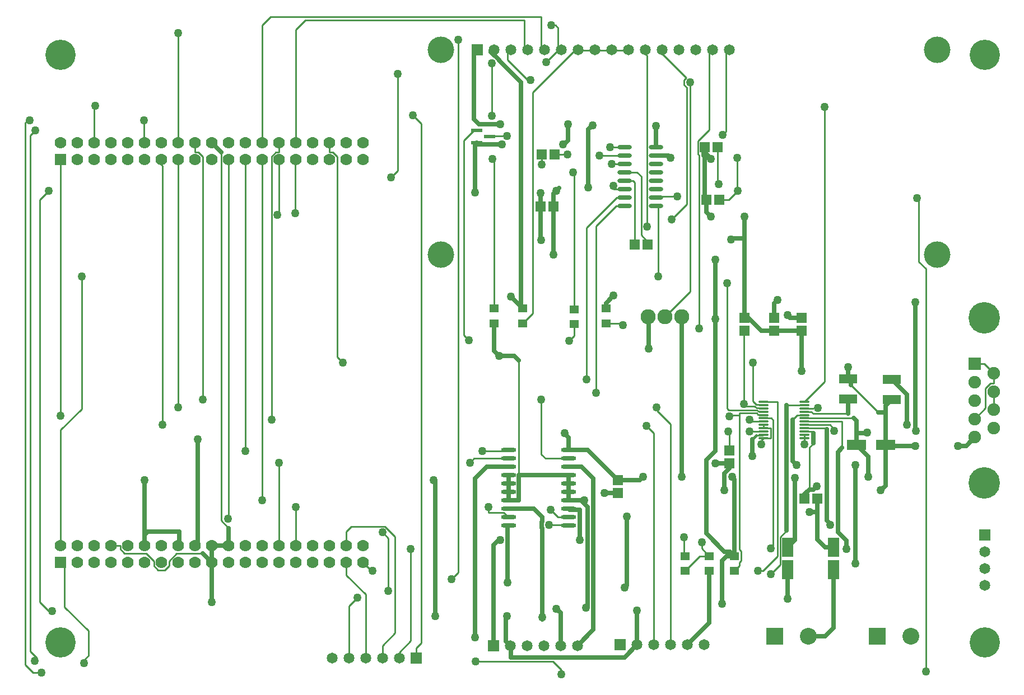
<source format=gtl>
G04*
G04 #@! TF.GenerationSoftware,Altium Limited,Altium Designer,18.1.9 (240)*
G04*
G04 Layer_Physical_Order=1*
G04 Layer_Color=255*
%FSLAX25Y25*%
%MOIN*%
G70*
G01*
G75*
%ADD13C,0.01000*%
%ADD26R,0.07500X0.07500*%
%ADD27C,0.07500*%
%ADD31C,0.10000*%
%ADD40R,0.06693X0.11417*%
%ADD41R,0.11811X0.06299*%
%ADD42R,0.06299X0.05906*%
%ADD43O,0.06496X0.01378*%
%ADD44R,0.11024X0.05315*%
%ADD45R,0.05709X0.04921*%
%ADD46R,0.05906X0.06299*%
%ADD47R,0.06693X0.02362*%
%ADD48O,0.09055X0.02362*%
%ADD49O,0.08661X0.02362*%
%ADD50C,0.02500*%
%ADD51C,0.01500*%
%ADD52R,0.06500X0.06500*%
%ADD53C,0.06500*%
%ADD54R,0.10000X0.10000*%
%ADD55R,0.06500X0.06500*%
%ADD56C,0.09000*%
%ADD57C,0.07000*%
%ADD58R,0.07000X0.07000*%
%ADD59C,0.18740*%
%ADD60C,0.05000*%
%ADD61C,0.15748*%
%ADD62C,0.18000*%
D13*
X451653Y75653D02*
Y167827D01*
X443394D02*
X451653D01*
X460500Y157087D02*
X463366Y159953D01*
X457000Y165858D02*
X467606D01*
X490000Y140350D02*
Y156016D01*
X467606D02*
X490000D01*
X467622Y158000D02*
X497000D01*
X472831Y160669D02*
X493500D01*
X485450Y150500D02*
Y151550D01*
X482953Y154047D02*
X485450Y151550D01*
X435000Y150000D02*
X443284D01*
X438874Y147862D02*
X443114D01*
X239500Y24000D02*
Y333500D01*
X236500Y21000D02*
X239500Y24000D01*
X236500Y15000D02*
Y21000D01*
X234500Y338500D02*
X239500Y333500D01*
X233475Y25475D02*
Y80025D01*
X226500Y18500D02*
X233475Y25475D01*
X226500Y15000D02*
Y18500D01*
X216500Y22500D02*
X224000Y30000D01*
X216500Y15000D02*
Y22500D01*
X224000Y30000D02*
Y87450D01*
X206500Y15000D02*
Y53000D01*
X195000Y64500D02*
X206500Y53000D01*
X196500Y15000D02*
Y46000D01*
X89500Y72864D02*
X94136Y77500D01*
X89500Y70136D02*
Y72864D01*
X443394Y152079D02*
X447634D01*
X297500Y124000D02*
Y192500D01*
X303000Y359500D02*
X304543D01*
X291000Y371500D02*
X303000Y359500D01*
X422421Y150110D02*
X423000Y149531D01*
X406500Y80429D02*
Y84000D01*
Y80429D02*
X411000Y75929D01*
X467606Y157984D02*
X467622Y158000D01*
X471579Y161921D02*
X472831Y160669D01*
X535748Y251277D02*
X540000Y247025D01*
Y7000D02*
Y247025D01*
X272000Y13000D02*
X318000D01*
X323000Y8000D01*
Y5500D02*
Y8000D01*
X467606Y161921D02*
X471579D01*
X9500Y13553D02*
X11000Y15053D01*
X480421Y152079D02*
X481000Y151500D01*
X472000Y150110D02*
X473000Y149110D01*
X470500Y140499D02*
X473000Y142999D01*
X440135Y67071D02*
X443071D01*
X447642Y65142D02*
X453154Y70653D01*
X443071Y67071D02*
X451653Y75653D01*
X41580Y16580D02*
Y31397D01*
X27474Y45503D02*
X41580Y31397D01*
X27474Y45503D02*
Y69526D01*
X25000Y72000D02*
X27474Y69526D01*
X7000Y19053D02*
X11000Y15053D01*
X17997Y43000D02*
X20000D01*
X12500Y48497D02*
X17997Y43000D01*
X39000Y12000D02*
Y14000D01*
X41580Y16580D01*
X374339Y261500D02*
Y263161D01*
X370500Y267000D02*
X374339Y263161D01*
X370500Y267000D02*
Y302000D01*
X368000Y304500D02*
X370500Y302000D01*
X360551Y304500D02*
X368000D01*
X366661Y261500D02*
Y298500D01*
X365661Y299500D02*
X366661Y298500D01*
X360551Y299500D02*
X365661D01*
X356000Y289500D02*
X360551D01*
X338000Y271500D02*
X356000Y289500D01*
X338000Y181000D02*
Y271500D01*
X355500Y284500D02*
X360551D01*
X343500Y272500D02*
X355500Y284500D01*
X343500Y173000D02*
Y272500D01*
X354000Y294500D02*
X360551D01*
X354000D02*
Y296500D01*
X374000Y272250D02*
Y374000D01*
X371000Y377000D02*
X374000Y374000D01*
X427500Y294000D02*
X428000Y293500D01*
X427500Y294000D02*
Y313000D01*
X345500Y314559D02*
X345559Y314500D01*
X360551D01*
X422500Y288000D02*
X428000Y293500D01*
X416839Y288000D02*
X422500D01*
X381000Y377000D02*
X397275Y360725D01*
X396000Y359450D02*
X397275Y360725D01*
X396000Y356550D02*
Y359450D01*
Y356550D02*
X397500Y355050D01*
Y285500D02*
Y355050D01*
X422752Y162669D02*
X439667D01*
X429000Y161000D02*
X439215D01*
X429000Y159673D02*
Y161000D01*
X435000Y157000D02*
X435984Y156016D01*
X432815Y165000D02*
X437890D01*
X437000Y168011D02*
Y191000D01*
Y168011D02*
X438874Y166138D01*
X435984Y156016D02*
X443394D01*
X437890Y165000D02*
X438252Y164638D01*
X495250Y177750D02*
X511500Y161500D01*
X467606Y167827D02*
X479500Y179720D01*
Y343500D01*
X467606Y150110D02*
X472000D01*
X470500Y115500D02*
Y140499D01*
X447642Y80500D02*
X449142Y82000D01*
Y156858D01*
X448016Y157984D02*
X449142Y156858D01*
X443394Y157984D02*
X448016D01*
X447634Y152079D02*
X447642Y152071D01*
Y146181D02*
Y152071D01*
X453154Y87217D02*
X457000Y91064D01*
X453154Y70653D02*
Y87217D01*
X431500Y209661D02*
X432000Y210161D01*
X431500Y166500D02*
Y209661D01*
X432500Y165315D02*
X432815Y165000D01*
X438252Y164638D02*
X438603D01*
X439072Y164169D01*
X443114D01*
X443394Y163890D01*
X421500Y163921D02*
X422752Y162669D01*
X439667D02*
X440135Y162201D01*
X467606Y163890D02*
X473000D01*
X442000Y142555D02*
Y144780D01*
X443394Y146173D01*
X447634D01*
X447642Y146181D01*
X443394Y152079D02*
Y154047D01*
X467606D02*
X482953D01*
X404209Y323064D02*
X411000Y329855D01*
X404209Y315350D02*
Y323064D01*
Y315350D02*
X405000Y314559D01*
X415839Y298161D02*
X416500Y297500D01*
X415839Y298161D02*
Y319500D01*
X306000Y220571D02*
Y352000D01*
X331000Y377000D01*
X341000D01*
X353000Y309500D02*
X360551D01*
X311161Y309161D02*
Y315000D01*
X352000Y319500D02*
X360551D01*
X318839Y315000D02*
X325650D01*
X467606Y142555D02*
Y146173D01*
Y148142D01*
X443284Y150000D02*
X443394Y150110D01*
X423000Y138839D02*
Y149531D01*
X279681Y101819D02*
X288768D01*
X279500Y102000D02*
X279681Y101819D01*
X279500Y102000D02*
Y105000D01*
X396000Y76429D02*
X396500Y75929D01*
X396000Y76429D02*
Y87000D01*
X405358Y75929D02*
X411000D01*
X396500Y67071D02*
X405358Y75929D01*
X443394Y167827D02*
X443583Y167638D01*
X210000Y67000D02*
X210500D01*
X205000Y72000D02*
X210000Y67000D01*
X288768Y101819D02*
X291587Y99000D01*
X165000Y82000D02*
Y105000D01*
X271000Y134000D02*
X291587D01*
X268500Y131500D02*
X271000Y134000D01*
X155000Y82000D02*
Y131500D01*
X150500Y157000D02*
Y313864D01*
X155000Y316500D02*
Y322000D01*
X153136Y316500D02*
X155000D01*
X150500Y313864D02*
X153136Y316500D01*
X120500Y97050D02*
Y316500D01*
Y97050D02*
X125000Y92550D01*
X94136Y77500D02*
X109500D01*
X80500Y70136D02*
Y72864D01*
X75864Y77500D02*
X80500Y72864D01*
X63136Y77500D02*
X75864D01*
X86864Y67500D02*
X89500Y70136D01*
X83136Y67500D02*
X86864D01*
X80500Y70136D02*
X83136Y67500D01*
X60500Y80136D02*
X63136Y77500D01*
X60500Y80136D02*
Y82000D01*
X55000D02*
X60500D01*
X379449Y284500D02*
X380500Y283449D01*
Y242500D02*
Y283449D01*
X37500Y163500D02*
Y242500D01*
X25000Y151000D02*
X37500Y163500D01*
X25000Y82000D02*
Y151000D01*
X7000Y19053D02*
Y326500D01*
X379449Y289500D02*
X379949Y290000D01*
X392000D01*
X388500Y276500D02*
X397500Y285500D01*
X534500Y289000D02*
X535748Y287752D01*
Y251277D02*
Y287752D01*
X443114Y166138D02*
X443394Y165858D01*
X438874Y166138D02*
X443114D01*
X189500Y194500D02*
X193000Y191000D01*
X189500Y194500D02*
Y313864D01*
X186864Y316500D02*
X189500Y313864D01*
X185000Y316500D02*
X186864D01*
X185000D02*
Y322000D01*
X429000Y79658D02*
Y159673D01*
X439982Y160232D02*
X443114D01*
X439215Y161000D02*
X439982Y160232D01*
X443114D02*
X443394Y159953D01*
X429000Y79658D02*
X429854Y78804D01*
X429000Y72200D02*
X429854Y73054D01*
X429000Y70071D02*
Y72200D01*
X429854Y73054D02*
Y78804D01*
X423673Y159673D02*
X429000D01*
X426000Y67071D02*
X429000Y70071D01*
X84500Y309500D02*
X86000Y311000D01*
X321000Y99000D02*
X327413D01*
X316500Y103500D02*
X321000Y99000D01*
X145000Y109000D02*
Y312000D01*
X291087Y138500D02*
X291587Y139000D01*
X276000Y138500D02*
X291087D01*
X134500Y138000D02*
X135000Y138500D01*
Y312000D01*
X326913Y94500D02*
X327413Y94000D01*
X315500Y94500D02*
X326913D01*
X124500Y98000D02*
X125000Y98500D01*
Y312000D01*
X313500Y134000D02*
X327413D01*
X311000Y136500D02*
X313500Y134000D01*
X311000Y136500D02*
Y169000D01*
X109500D02*
Y313864D01*
Y167500D02*
Y169000D01*
X106864Y316500D02*
X109500Y313864D01*
X105000Y316500D02*
X106864D01*
X105000D02*
Y322000D01*
X45000Y343500D02*
X45500Y344000D01*
X45000Y322000D02*
Y343500D01*
X423000Y159000D02*
X423673Y159673D01*
X440135Y162201D02*
X443114D01*
X421500Y163921D02*
Y238500D01*
X443114Y162201D02*
X443394Y161921D01*
X25000Y159500D02*
Y312000D01*
Y158500D02*
Y159500D01*
X384500Y218500D02*
X399500Y233500D01*
Y358000D01*
X291000Y371500D02*
Y377000D01*
X95000Y322000D02*
Y387500D01*
X317000Y392000D02*
X319500D01*
X321000Y390500D01*
Y377000D02*
Y390500D01*
X165000Y322000D02*
Y389500D01*
X170500Y395000D01*
X301000D01*
Y377000D02*
Y395000D01*
X145000Y322000D02*
Y392000D01*
X150000Y397000D01*
X311000D01*
Y377000D02*
Y397000D01*
X281500Y338000D02*
Y369500D01*
X282114Y312500D02*
X283000Y311614D01*
Y223429D02*
Y311614D01*
X314000Y369500D02*
Y370000D01*
X321000Y377000D01*
X300000Y214571D02*
X306000Y220571D01*
X341000Y377000D02*
X351000D01*
X361000D01*
X155000Y280000D02*
Y312000D01*
X154000Y279000D02*
X155000Y280000D01*
X164500Y311500D02*
X165000Y312000D01*
X164500Y280000D02*
Y311500D01*
X388500Y274500D02*
Y276500D01*
X330000Y304500D02*
X330500Y304000D01*
Y222929D02*
Y304000D01*
X265000Y207500D02*
X268000Y204500D01*
X265000Y207500D02*
Y323480D01*
X271000Y329480D01*
X327500Y204000D02*
X330500Y207000D01*
Y214071D01*
X271000Y329480D02*
X272500D01*
X225500Y305500D02*
Y363000D01*
X221500Y301500D02*
X225500Y305500D01*
X257500Y62000D02*
X261500Y66000D01*
Y383500D01*
X358429Y214571D02*
X359500Y213500D01*
X349500Y214571D02*
X358429D01*
X349500D02*
X350071Y214000D01*
X405000Y211500D02*
Y314559D01*
X411000Y329855D02*
Y377000D01*
X282114Y326000D02*
X290740D01*
X419000Y326740D02*
X421000Y328740D01*
X418000Y325740D02*
X419000Y326740D01*
X421000Y328740D02*
Y377000D01*
X580189Y163047D02*
Y173953D01*
X574736Y190311D02*
X580189Y184858D01*
X569008Y190311D02*
X574736D01*
X580189Y178848D02*
Y184858D01*
X580044Y178703D02*
X580189Y178848D01*
X578222Y178703D02*
X580044D01*
X575439Y175920D02*
X578222Y178703D01*
X575439Y164026D02*
Y175920D01*
X569008Y157595D02*
X575439Y164026D01*
X467606Y152079D02*
X480421D01*
X463366Y159953D02*
X467606D01*
X95000Y164500D02*
Y312000D01*
X379500Y164500D02*
X380000Y162500D01*
X388000Y154500D01*
Y23000D02*
Y154500D01*
X85500Y154000D02*
Y308500D01*
X84500Y309500D02*
X85500Y308500D01*
X85000Y312000D02*
X86000Y311000D01*
X373500Y153500D02*
X378000Y149000D01*
Y23000D02*
Y149000D01*
X74500Y322500D02*
X75000Y322000D01*
X74500Y322500D02*
Y335500D01*
X5500D02*
X6500D01*
X4000Y334000D02*
X5500Y335500D01*
X4000Y11000D02*
Y334000D01*
Y11000D02*
X8500Y6500D01*
X13500D01*
X7000Y326500D02*
X10000Y329500D01*
X195000Y82000D02*
Y90500D01*
X198000Y93500D01*
X217950D01*
X224000Y87450D01*
X195000Y64500D02*
Y72000D01*
X216500Y90000D02*
X220000Y86500D01*
Y55000D02*
Y86500D01*
X196500Y46000D02*
X201500Y51000D01*
X18000Y293500D02*
X18500Y294000D01*
X12500Y288000D02*
X18000Y293500D01*
X12500Y48497D02*
Y288000D01*
D26*
X569008Y190311D02*
D03*
D27*
Y146689D02*
D03*
X580189Y152142D02*
D03*
X569008Y157595D02*
D03*
X580189Y163047D02*
D03*
X569008Y168500D02*
D03*
X580189Y173953D02*
D03*
X569008Y179405D02*
D03*
X580189Y184858D02*
D03*
D31*
X531000Y28283D02*
D03*
X470000Y28000D02*
D03*
D40*
X457500Y67905D02*
D03*
Y81094D02*
D03*
X485000Y67905D02*
D03*
Y81094D02*
D03*
D41*
X515823Y142000D02*
D03*
X498500D02*
D03*
D42*
X449500Y210161D02*
D03*
Y217839D02*
D03*
X466000Y210161D02*
D03*
Y217839D02*
D03*
X432000Y217839D02*
D03*
Y210161D02*
D03*
X423000Y131161D02*
D03*
Y138839D02*
D03*
X356500Y113323D02*
D03*
Y121000D02*
D03*
D43*
X467606Y146173D02*
D03*
Y148142D02*
D03*
Y150110D02*
D03*
Y152079D02*
D03*
Y154047D02*
D03*
Y156016D02*
D03*
Y157984D02*
D03*
Y159953D02*
D03*
Y161921D02*
D03*
Y163890D02*
D03*
Y165858D02*
D03*
Y167827D02*
D03*
X443394Y146173D02*
D03*
Y148142D02*
D03*
Y150110D02*
D03*
Y152079D02*
D03*
Y154047D02*
D03*
Y156016D02*
D03*
Y157984D02*
D03*
Y159953D02*
D03*
Y161921D02*
D03*
Y163890D02*
D03*
Y165858D02*
D03*
Y167827D02*
D03*
D44*
X493500Y169496D02*
D03*
Y181504D02*
D03*
X519500Y181000D02*
D03*
Y168992D02*
D03*
D45*
X396500Y67071D02*
D03*
Y75929D02*
D03*
X411000Y67071D02*
D03*
Y75929D02*
D03*
X426000Y67071D02*
D03*
Y75929D02*
D03*
X300000Y214571D02*
D03*
Y223429D02*
D03*
X349500Y214571D02*
D03*
Y223429D02*
D03*
X283000Y214571D02*
D03*
Y223429D02*
D03*
X330500Y222929D02*
D03*
Y214071D02*
D03*
D46*
X467661Y110000D02*
D03*
X475339D02*
D03*
X311161Y315000D02*
D03*
X318839D02*
D03*
X310500Y284000D02*
D03*
X318177D02*
D03*
X409161Y288000D02*
D03*
X416839D02*
D03*
X366661Y261500D02*
D03*
X374339D02*
D03*
X408161Y319500D02*
D03*
X415839D02*
D03*
D47*
X272500Y329480D02*
D03*
Y322000D02*
D03*
X280374Y325740D02*
D03*
D48*
X327413Y94000D02*
D03*
Y99000D02*
D03*
Y104000D02*
D03*
Y109000D02*
D03*
Y114000D02*
D03*
Y119000D02*
D03*
Y124000D02*
D03*
Y129000D02*
D03*
Y134000D02*
D03*
Y139000D02*
D03*
X291587Y94000D02*
D03*
Y99000D02*
D03*
Y104000D02*
D03*
Y109000D02*
D03*
Y114000D02*
D03*
Y119000D02*
D03*
Y124000D02*
D03*
Y129000D02*
D03*
Y134000D02*
D03*
Y139000D02*
D03*
D49*
X360551Y319500D02*
D03*
Y314500D02*
D03*
Y309500D02*
D03*
Y304500D02*
D03*
Y299500D02*
D03*
Y294500D02*
D03*
Y289500D02*
D03*
Y284500D02*
D03*
X379449Y319500D02*
D03*
Y314500D02*
D03*
Y309500D02*
D03*
Y304500D02*
D03*
Y299500D02*
D03*
Y294500D02*
D03*
Y289500D02*
D03*
Y284500D02*
D03*
D50*
X460500Y132500D02*
Y157087D01*
Y132500D02*
X463000Y130000D01*
X457000Y91064D02*
Y165858D01*
X498000Y71500D02*
Y130000D01*
X487500Y137850D02*
X490000Y140350D01*
X487500Y90124D02*
X492500Y85124D01*
Y80000D02*
Y85124D01*
X487500Y90124D02*
Y137850D01*
X483000Y94500D02*
Y95000D01*
X481000Y97000D02*
X483000Y95000D01*
X493500Y160669D02*
Y169496D01*
X290000Y39260D02*
X290740Y40000D01*
X290000Y25000D02*
Y39260D01*
X311500Y39500D02*
Y92490D01*
Y38000D02*
Y39500D01*
Y96510D02*
Y99000D01*
X311250Y96260D02*
X311500Y96510D01*
X311250Y92740D02*
Y96260D01*
Y92740D02*
X311500Y92490D01*
X306500Y104000D02*
X311500Y99000D01*
X368000Y23000D02*
Y43500D01*
X493000Y188000D02*
X493500Y187500D01*
X492500Y182504D02*
X493500Y183504D01*
X335500Y108000D02*
X338500Y105000D01*
X248000Y40000D02*
Y120000D01*
X247000Y121000D02*
X248000Y120000D01*
X75000Y82000D02*
Y121000D01*
X95000Y82000D02*
X95500Y82500D01*
Y90500D01*
X76864D02*
X95500D01*
X75864Y89500D02*
X76864Y90500D01*
X408161Y289000D02*
Y314000D01*
X297500Y109000D02*
Y124000D01*
X441839Y210161D02*
X449500D01*
X434161Y217839D02*
X441839Y210161D01*
X432000Y217839D02*
X434161D01*
X283000Y374000D02*
X283364D01*
X281000Y376000D02*
X283000Y374000D01*
X286000Y371000D02*
X299000Y358000D01*
X286000Y371000D02*
Y371364D01*
X283364Y374000D02*
X286000Y371364D01*
X299000Y358000D02*
X299000Y224429D01*
X281000Y376000D02*
Y377000D01*
X299000Y224429D02*
X300000Y223429D01*
X327413Y109000D02*
X336500D01*
X335500Y108000D02*
X336500Y109000D01*
X493500Y187500D02*
Y188500D01*
Y183504D02*
Y187500D01*
X497000Y158000D02*
X498500Y156500D01*
X493000Y188000D02*
X493500Y188500D01*
X492500Y182504D02*
X493500Y181504D01*
X290000Y25000D02*
X292500Y22500D01*
X271500Y27500D02*
Y122000D01*
X457500Y50500D02*
Y67905D01*
X420000Y115000D02*
Y125000D01*
X423000Y128000D01*
Y131161D01*
X481000Y97000D02*
Y151500D01*
X473000Y142999D02*
Y149110D01*
X447642Y65000D02*
Y65142D01*
X414500Y131161D02*
X423000D01*
X409161Y89339D02*
Y133161D01*
Y89339D02*
X420000Y78500D01*
X409161Y133161D02*
X414500Y138500D01*
Y217000D01*
X297500Y124000D02*
X327413D01*
X432000Y265000D02*
Y278000D01*
Y217839D02*
Y265000D01*
X424000Y264500D02*
X424500Y265000D01*
X432000D01*
X310500Y264500D02*
X311000Y264000D01*
X310500Y264500D02*
Y284000D01*
X339000Y330000D02*
X341500Y332500D01*
X339000Y295500D02*
Y330000D01*
X320000Y293500D02*
X321500Y295000D01*
X318177Y291677D02*
X320000Y293500D01*
X318177Y284000D02*
Y291677D01*
X379449Y332000D02*
X379949Y332500D01*
X379449Y319500D02*
Y332000D01*
X318000Y255453D02*
X318177Y255630D01*
Y284000D01*
X414500Y217000D02*
Y252500D01*
X409161Y280839D02*
X412000Y278000D01*
X409161Y280839D02*
Y288000D01*
X533500Y151000D02*
X534000Y150500D01*
X533500Y151000D02*
Y227000D01*
X498500Y149250D02*
Y156500D01*
Y142000D02*
Y149250D01*
X504750D02*
X505000Y149500D01*
X498500Y149250D02*
X504750D01*
X495250Y177750D02*
Y179754D01*
X493500Y181504D02*
X495250Y179754D01*
X515823Y161500D02*
Y165315D01*
Y142000D02*
Y161500D01*
X511500D02*
X515823D01*
X449500Y226500D02*
X451500Y228500D01*
X449500Y217839D02*
Y226500D01*
X457500Y219339D02*
X459000Y217839D01*
X466000D01*
X420000Y78500D02*
X423429D01*
X426000Y75929D01*
X466000Y186000D02*
X466500Y185500D01*
X466000Y186000D02*
Y210161D01*
X449500D02*
X466000D01*
X473000Y115500D02*
X475000Y117500D01*
X470500Y115500D02*
X473000D01*
X513000Y115000D02*
X515823Y117823D01*
Y142000D01*
X467661Y112661D02*
X470500Y115500D01*
X467661Y110000D02*
Y112661D01*
X505500Y123000D02*
Y135000D01*
X498500Y142000D02*
X505500Y135000D01*
X462000Y85594D02*
Y122500D01*
X457500Y81094D02*
X462000Y85594D01*
X528500Y154000D02*
Y172000D01*
X519500Y181000D02*
X528500Y172000D01*
X386500Y314500D02*
X388000Y313000D01*
X379449Y314500D02*
X386500D01*
X408161Y316339D02*
Y319500D01*
Y316339D02*
X412000Y312500D01*
X407680Y314481D02*
X408161Y314000D01*
X407680Y314481D02*
Y319019D01*
X408161Y319500D01*
Y289000D02*
X409161Y288000D01*
X310500Y284000D02*
Y292000D01*
X337500Y45000D02*
X338500Y46000D01*
Y105000D01*
X342000Y32000D02*
Y122000D01*
X332500Y22500D02*
X342000Y32000D01*
X335000Y129000D02*
X342000Y122000D01*
X327413Y109000D02*
Y114000D01*
Y119000D01*
X348677Y113323D02*
X356500D01*
X327413Y119000D02*
Y124000D01*
Y129000D02*
X335000D01*
X291587Y109000D02*
Y114000D01*
Y119000D01*
Y124000D01*
X286000Y195000D02*
X295000D01*
X297500Y192500D01*
X291587Y109000D02*
X297500D01*
X424500Y123000D02*
X426000Y121500D01*
Y75929D02*
Y121500D01*
X436500Y135500D02*
Y145489D01*
X291000Y93413D02*
X291587Y94000D01*
X291000Y60000D02*
Y93413D01*
X360500Y57000D02*
X362000Y58500D01*
Y99500D01*
X475339Y102000D02*
Y110000D01*
Y85661D02*
Y102000D01*
X470500D02*
X475339D01*
Y85661D02*
X479906Y81094D01*
X485000D01*
X421429Y75929D02*
X426000D01*
X418500Y73000D02*
X421429Y75929D01*
X418500Y47500D02*
Y73000D01*
X411000Y36000D02*
Y67071D01*
X398000Y23000D02*
X411000Y36000D01*
X115000Y48500D02*
Y72000D01*
X320000Y44500D02*
X322500Y42000D01*
Y22500D02*
Y42000D01*
X515823Y165315D02*
X519500Y168992D01*
X515823Y142000D02*
X516323Y141500D01*
X533500D01*
X559000D02*
X563819D01*
X569008Y146689D01*
X271500Y122000D02*
X278500Y129000D01*
X115000Y322000D02*
X120500Y316500D01*
X125000Y82000D02*
Y92550D01*
X360500Y15500D02*
X368000Y23000D01*
X293000Y15500D02*
X360500D01*
X293000D02*
Y22000D01*
X292500Y22500D02*
X293000Y22000D01*
X115000Y72000D02*
Y82000D01*
X125000D01*
X109500Y77500D02*
X115000Y72000D01*
X272500Y322000D02*
X273500Y321000D01*
X287500D01*
X324000D02*
X324500D01*
X327000Y323500D01*
Y333000D01*
X274000D02*
X286500D01*
X271000Y336000D02*
X274000Y333000D01*
X271000Y336000D02*
Y377000D01*
X271500Y321000D02*
X272500Y322000D01*
X271500Y292500D02*
Y321000D01*
X292929Y230500D02*
X299000Y224429D01*
X374500Y218500D02*
X375000Y218000D01*
Y199500D02*
Y218000D01*
X283000Y198000D02*
X286000Y195000D01*
X283000Y198000D02*
Y214571D01*
X105000Y82000D02*
X106500Y83500D01*
Y145500D01*
X325000Y149000D02*
X327413Y146587D01*
Y139000D02*
Y146587D01*
Y139000D02*
X338500D01*
X356500Y121000D01*
X369500D02*
X371500Y123000D01*
X356500Y121000D02*
X369500D01*
X394500Y123000D02*
Y218500D01*
X349500Y226500D02*
X354000Y231000D01*
X349500Y223429D02*
Y226500D01*
X292500Y230500D02*
X292929D01*
X485000Y33000D02*
Y67905D01*
X480000Y28000D02*
X485000Y33000D01*
X470000Y28000D02*
X480000D01*
X291587Y104000D02*
X306500D01*
X278500Y129000D02*
X291587D01*
X282500Y82500D02*
X285500Y85500D01*
X282500Y22500D02*
Y82500D01*
X285500Y85500D02*
X286500D01*
X327413Y104000D02*
X327913Y103500D01*
X334000D01*
Y85500D02*
Y103500D01*
D51*
X436500Y145489D02*
X438874Y147862D01*
D52*
X358000Y23000D02*
D03*
X273000Y377500D02*
D03*
X282500Y22500D02*
D03*
X236500Y15000D02*
D03*
D53*
X368000Y23000D02*
D03*
X378000D02*
D03*
X388000D02*
D03*
X398000D02*
D03*
X408000D02*
D03*
X283000Y377500D02*
D03*
X293000D02*
D03*
X303000D02*
D03*
X313000D02*
D03*
X323000D02*
D03*
X333000D02*
D03*
X343000D02*
D03*
X353000D02*
D03*
X363000D02*
D03*
X373000D02*
D03*
X383000D02*
D03*
X393000D02*
D03*
X403000D02*
D03*
X413000D02*
D03*
X423000D02*
D03*
X575000Y78500D02*
D03*
Y68500D02*
D03*
Y58500D02*
D03*
X332500Y22500D02*
D03*
X322500D02*
D03*
X312500D02*
D03*
X302500D02*
D03*
X292500D02*
D03*
X186500Y15000D02*
D03*
X196500D02*
D03*
X206500D02*
D03*
X216500D02*
D03*
X226500D02*
D03*
D54*
X511000Y28283D02*
D03*
X450000Y28000D02*
D03*
D55*
X575000Y88500D02*
D03*
D56*
X394500Y218500D02*
D03*
X384500D02*
D03*
X374500D02*
D03*
D57*
X205000Y322000D02*
D03*
Y312000D02*
D03*
X195000Y322000D02*
D03*
Y312000D02*
D03*
X185000Y322000D02*
D03*
Y312000D02*
D03*
X175000Y322000D02*
D03*
Y312000D02*
D03*
X165000Y322000D02*
D03*
Y312000D02*
D03*
X155000Y322000D02*
D03*
Y312000D02*
D03*
X145000Y322000D02*
D03*
Y312000D02*
D03*
X135000Y322000D02*
D03*
Y312000D02*
D03*
X125000Y322000D02*
D03*
Y312000D02*
D03*
X115000Y322000D02*
D03*
Y312000D02*
D03*
X105000Y322000D02*
D03*
Y312000D02*
D03*
X95000Y322000D02*
D03*
Y312000D02*
D03*
X85000Y322000D02*
D03*
Y312000D02*
D03*
X75000Y322000D02*
D03*
Y312000D02*
D03*
X65000Y322000D02*
D03*
Y312000D02*
D03*
X55000Y322000D02*
D03*
Y312000D02*
D03*
X45000Y322000D02*
D03*
Y312000D02*
D03*
X35000Y322000D02*
D03*
Y312000D02*
D03*
X25000Y322000D02*
D03*
X205000Y82000D02*
D03*
Y72000D02*
D03*
X195000Y82000D02*
D03*
Y72000D02*
D03*
X185000Y82000D02*
D03*
Y72000D02*
D03*
X175000Y82000D02*
D03*
Y72000D02*
D03*
X165000Y82000D02*
D03*
Y72000D02*
D03*
X155000Y82000D02*
D03*
Y72000D02*
D03*
X145000Y82000D02*
D03*
Y72000D02*
D03*
X135000Y82000D02*
D03*
Y72000D02*
D03*
X125000Y82000D02*
D03*
Y72000D02*
D03*
X115000Y82000D02*
D03*
Y72000D02*
D03*
X105000Y82000D02*
D03*
Y72000D02*
D03*
X95000Y82000D02*
D03*
Y72000D02*
D03*
X85000Y82000D02*
D03*
Y72000D02*
D03*
X75000Y82000D02*
D03*
Y72000D02*
D03*
X65000Y82000D02*
D03*
Y72000D02*
D03*
X55000Y82000D02*
D03*
Y72000D02*
D03*
X45000Y82000D02*
D03*
Y72000D02*
D03*
X35000Y82000D02*
D03*
Y72000D02*
D03*
X25000Y82000D02*
D03*
D58*
Y312000D02*
D03*
Y72000D02*
D03*
D59*
X574598Y217693D02*
D03*
Y119307D02*
D03*
D60*
X498000Y130000D02*
D03*
X483000Y94500D02*
D03*
X368000Y43500D02*
D03*
X435000Y150000D02*
D03*
X248000Y40000D02*
D03*
X247000Y121000D02*
D03*
X75000D02*
D03*
X304543Y359500D02*
D03*
X422421Y150110D02*
D03*
X406500Y84000D02*
D03*
X336500Y109000D02*
D03*
X493500Y188500D02*
D03*
X311500Y39500D02*
D03*
X290740Y40000D02*
D03*
X271500Y27500D02*
D03*
X540000Y7000D02*
D03*
X457500Y50500D02*
D03*
X272000Y13000D02*
D03*
X323000Y5500D02*
D03*
X475500Y164169D02*
D03*
X420000Y115000D02*
D03*
X9500Y13553D02*
D03*
X440135Y67071D02*
D03*
X447642Y65000D02*
D03*
X414500Y131161D02*
D03*
X485450Y150500D02*
D03*
X20000Y43000D02*
D03*
X39000Y12000D02*
D03*
X354000Y296500D02*
D03*
X374000Y272250D02*
D03*
X311000Y264000D02*
D03*
X424000Y264500D02*
D03*
X427500Y313000D02*
D03*
X428000Y293500D02*
D03*
X345559Y314500D02*
D03*
X341500Y332500D02*
D03*
X339000Y295500D02*
D03*
X320000Y293500D02*
D03*
X379449Y332000D02*
D03*
X318177Y255630D02*
D03*
X414500Y252500D02*
D03*
X432000Y278000D02*
D03*
X412000D02*
D03*
X435000Y157000D02*
D03*
X534000Y150500D02*
D03*
X533500Y227000D02*
D03*
X451500Y228500D02*
D03*
X505000Y149500D02*
D03*
X457500Y219339D02*
D03*
X414500Y217000D02*
D03*
X466000Y186000D02*
D03*
X513000Y115000D02*
D03*
X475000Y117500D02*
D03*
X505500Y123000D02*
D03*
X462000Y122500D02*
D03*
X447642Y80500D02*
D03*
X431500Y166500D02*
D03*
X442000Y142555D02*
D03*
X528500Y154000D02*
D03*
X412000Y312500D02*
D03*
X388000Y313000D02*
D03*
X416500Y297500D02*
D03*
X310500Y292000D02*
D03*
X311161Y309161D02*
D03*
X353000Y309500D02*
D03*
X352000Y319500D02*
D03*
X326500Y315000D02*
D03*
X337500Y45000D02*
D03*
X348677Y113323D02*
D03*
X424500Y123000D02*
D03*
X436500Y135500D02*
D03*
X467606Y142555D02*
D03*
X291000Y60000D02*
D03*
X360500Y57000D02*
D03*
X362000Y99500D02*
D03*
X470500Y102000D02*
D03*
X418500Y47500D02*
D03*
X396000Y87000D02*
D03*
X115000Y48500D02*
D03*
X320000Y44500D02*
D03*
X533500Y141500D02*
D03*
X559000D02*
D03*
X210500Y67000D02*
D03*
X279500Y105000D02*
D03*
X165000D02*
D03*
X268500Y131500D02*
D03*
X155000D02*
D03*
X380500Y242500D02*
D03*
X37500D02*
D03*
X392000Y290000D02*
D03*
X534500Y289000D02*
D03*
X437000Y191000D02*
D03*
X193000D02*
D03*
X150500Y157000D02*
D03*
X316500Y103500D02*
D03*
X145000Y109000D02*
D03*
X276000Y138500D02*
D03*
X135000D02*
D03*
X315500Y94500D02*
D03*
X124500Y98000D02*
D03*
X287500Y321000D02*
D03*
X324000D02*
D03*
X327000Y333000D02*
D03*
X286500D02*
D03*
X271500Y292500D02*
D03*
X311000Y169000D02*
D03*
X109500D02*
D03*
X479500Y343500D02*
D03*
X45500Y344000D02*
D03*
X423000Y159000D02*
D03*
X25000Y159500D02*
D03*
X421500Y238500D02*
D03*
X399500Y358000D02*
D03*
X95000Y387500D02*
D03*
X317000Y392000D02*
D03*
X375000Y199500D02*
D03*
X286000Y195000D02*
D03*
X281500Y338000D02*
D03*
X282114Y312500D02*
D03*
X281500Y369500D02*
D03*
X314000Y370000D02*
D03*
X106500Y145500D02*
D03*
X325000Y149000D02*
D03*
X371500Y123000D02*
D03*
X394500D02*
D03*
X354000Y231000D02*
D03*
X292929Y230500D02*
D03*
X154000Y279000D02*
D03*
X164500Y280000D02*
D03*
X388500Y276500D02*
D03*
X330000Y304500D02*
D03*
X327500Y204000D02*
D03*
X268000Y204500D02*
D03*
X221500Y301500D02*
D03*
X225500Y363000D02*
D03*
X257500Y62000D02*
D03*
X261500Y383500D02*
D03*
X359500Y213500D02*
D03*
X405000Y211500D02*
D03*
X290740Y326000D02*
D03*
X419000Y326740D02*
D03*
X338000Y181000D02*
D03*
X343500Y173000D02*
D03*
X492500Y80000D02*
D03*
X463000Y130000D02*
D03*
X498000Y71500D02*
D03*
X95000Y164500D02*
D03*
X379500D02*
D03*
X85500Y154000D02*
D03*
X373500Y153500D02*
D03*
X74500Y335500D02*
D03*
X6500D02*
D03*
X13500Y6500D02*
D03*
X10000Y329500D02*
D03*
X334000Y85500D02*
D03*
X286500D02*
D03*
X234500Y338500D02*
D03*
X233475Y80025D02*
D03*
X216500Y90000D02*
D03*
X220000Y55000D02*
D03*
X201500Y51000D02*
D03*
X18000Y293500D02*
D03*
D61*
X546622Y377500D02*
D03*
Y255453D02*
D03*
X251346D02*
D03*
Y377500D02*
D03*
D62*
X575000Y374500D02*
D03*
Y24500D02*
D03*
X25000Y374500D02*
D03*
Y24500D02*
D03*
M02*

</source>
